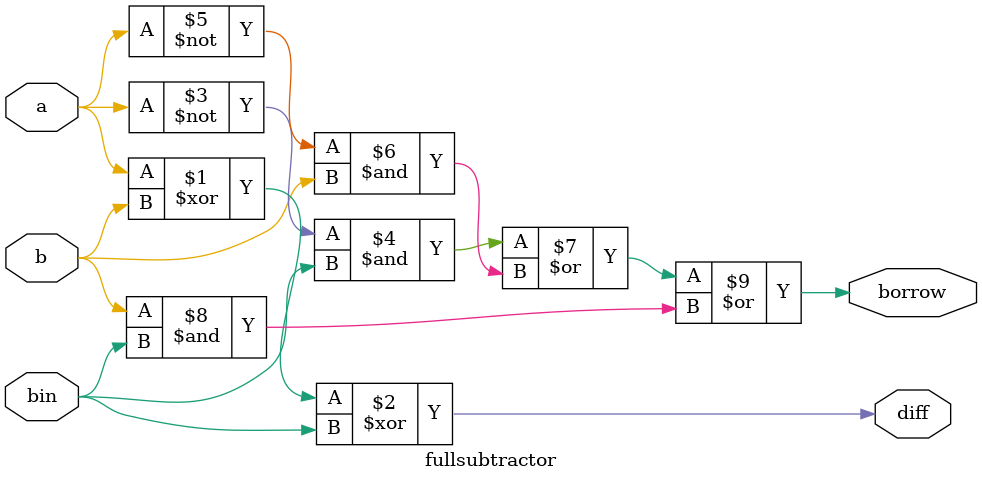
<source format=v>
module fullsubtractor
(
   input wire a,b,bin,
   output wire diff,borrow
);

assign diff=a^b^bin;
assign borrow=(~a&bin)|(~a&b)|(b&bin);
endmodule

</source>
